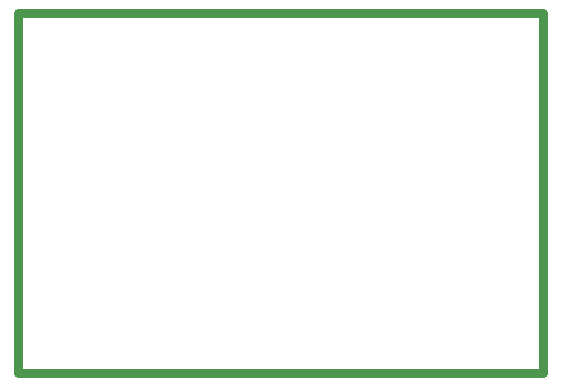
<source format=gm1>
G04*
G04 #@! TF.GenerationSoftware,Altium Limited,Altium Designer,25.4.2 (15)*
G04*
G04 Layer_Color=16711935*
%FSLAX44Y44*%
%MOMM*%
G71*
G04*
G04 #@! TF.SameCoordinates,122F49FF-69CD-467C-8DFD-42ED72D14C47*
G04*
G04*
G04 #@! TF.FilePolarity,Positive*
G04*
G01*
G75*
%ADD29C,0.7620*%
D29*
X0Y0D02*
X444500D01*
X0Y304800D02*
X444500D01*
Y0D02*
Y304800D01*
X0Y0D02*
Y304800D01*
M02*

</source>
